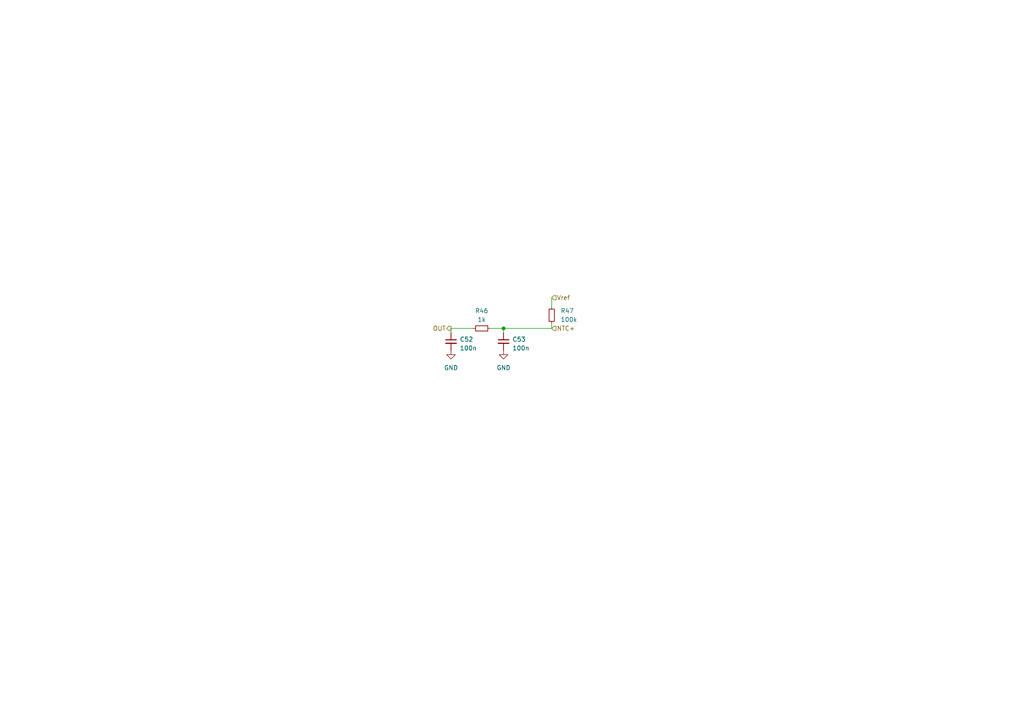
<source format=kicad_sch>
(kicad_sch (version 20230121) (generator eeschema)
  (paper "A4")
  (title_block (title "GreenMobi BMS") (date "2024-02-13") (rev "ALPHA") (company "GreenMobi"))
  (lib_symbols
    (symbol "Device:C_Small" (pin_numbers hide) (pin_names (offset 0.254) hide)
      (property "Reference" "C" (at 0.254 1.778 0))
      (property "Value" "C_Small" (at 0.254 -2.032 0))
      (symbol "C_Small_0_1"
        (polyline (pts (xy -1.524 -0.508) (xy 1.524 -0.508)) (stroke (width 0.3302)))
        (polyline (pts (xy -1.524 0.508) (xy 1.524 0.508)) (stroke (width 0.3048)))
      )
      (symbol "C_Small_1_1"
        (pin passive line (at 0 2.54 270) (length 2.032) (name "~") (number "1"))
        (pin passive line (at 0 -2.54 90) (length 2.032) (name "~") (number "2"))
      )
    )
    (symbol "Device:R_Small" (pin_numbers hide) (pin_names (offset 0.254) hide)
      (property "Reference" "R" (at 0.762 0.508 0))
      (property "Value" "R_Small" (at 0.762 -1.016 0))
      (symbol "R_Small_0_1"
        (rectangle (start -0.762 1.778) (end 0.762 -1.778) (stroke (width 0.2032)))
      )
      (symbol "R_Small_1_1"
        (pin passive line (at 0 2.54 270) (length 0.762) (name "~") (number "1"))
        (pin passive line (at 0 -2.54 90) (length 0.762) (name "~") (number "2"))
      )
    )
    (symbol "power:GND" (power) (pin_names (offset 0))
      (property "Value" "GND" (at 0 -3.81 0))
      (symbol "GND_0_1"
        (polyline (pts (xy 0 0) (xy 0 -1.27) (xy 1.27 -1.27) (xy 0 -2.54) (xy -1.27 -1.27) (xy 0 -1.27)))
      )
      (symbol "GND_1_1"
        (pin power_in line (at 0 0 270) (length 0) hide (name "GND") (number "1"))
      )
    )
  )
  (junction (at 146.05 95.25))
  (wire (pts (xy 130.81 96.52) (xy 130.81 95.25)))
  (wire (pts (xy 130.81 95.25) (xy 137.16 95.25)))
  (wire (pts (xy 142.24 95.25) (xy 146.05 95.25)))
  (wire (pts (xy 146.05 96.52) (xy 146.05 95.25)))
  (wire (pts (xy 146.05 95.25) (xy 160.02 95.25)))
  (wire (pts (xy 160.02 86.36) (xy 160.02 88.9)))
  (wire (pts (xy 160.02 93.98) (xy 160.02 95.25)))
  (hierarchical_label "OUT" (shape output) (at 130.81 95.25 180))
  (hierarchical_label "Vref" (shape input) (at 160.02 86.36 0))
  (hierarchical_label "NTC+" (shape input) (at 160.02 95.25 0))
  (symbol (lib_id "Device:R_Small") (at 139.7 95.25 270) (unit 1)
    (property "Reference" "R46" (at 139.7 90.17 90))
    (property "Value" "1k" (at 139.7 92.71 90))
    (property "Footprint" "Resistor_SMD:R_0603_1608Metric" (effects hide))
    (instances (project "greenmobi-bms" (path "" (reference "R46") (unit 1)) (path "" (reference "R56") (unit 1)) (path "" (reference "R66") (unit 1)) (path "" (reference "R68") (unit 1)) (path "" (reference "R90") (unit 1)) (path "" (reference "R96") (unit 1)) (path "" (reference "R102") (unit 1)) (path "" (reference "R121") (unit 1)) (path "" (reference "R135") (unit 1))))
  )
  (symbol (lib_id "Device:R_Small") (at 160.02 91.44 0) (unit 1)
    (property "Reference" "R47" (at 162.56 90.17 0) (effects (justify left)))
    (property "Value" "100k" (at 162.56 92.71 0) (effects (justify left)))
    (property "Footprint" "Resistor_SMD:R_0603_1608Metric" (effects hide))
    (instances (project "greenmobi-bms" (path "" (reference "R47") (unit 1)) (path "" (reference "R57") (unit 1)) (path "" (reference "R67") (unit 1)) (path "" (reference "R69") (unit 1)) (path "" (reference "R91") (unit 1)) (path "" (reference "R97") (unit 1)) (path "" (reference "R103") (unit 1)) (path "" (reference "R122") (unit 1)) (path "" (reference "R136") (unit 1))))
  )
  (symbol (lib_id "power:GND") (at 146.05 101.6 0) (unit 1)
    (property "Reference" "#PWR088" (effects hide))
    (property "Value" "GND" (at 146.05 106.68 0))
    (instances (project "greenmobi-bms" (path "" (reference "#PWR088") (unit 1)) (path "" (reference "#PWR090") (unit 1)) (path "" (reference "#PWR092") (unit 1)) (path "" (reference "#PWR094") (unit 1)) (path "" (reference "#PWR096") (unit 1)) (path "" (reference "#PWR098") (unit 1)) (path "" (reference "#PWR0100") (unit 1)) (path "" (reference "#PWR0112") (unit 1)) (path "" (reference "#PWR0114") (unit 1))))
  )
  (symbol (lib_id "Device:C_Small") (at 130.81 99.06 0) (unit 1)
    (property "Reference" "C52" (at 133.35 98.4313 0) (effects (justify left)))
    (property "Value" "100n" (at 133.35 100.9713 0) (effects (justify left)))
    (instances (project "greenmobi-bms" (path "" (reference "C52") (unit 1)) (path "" (reference "C54") (unit 1)) (path "" (reference "C56") (unit 1)) (path "" (reference "C58") (unit 1)) (path "" (reference "C60") (unit 1)) (path "" (reference "C62") (unit 1)) (path "" (reference "C64") (unit 1)) (path "" (reference "C72") (unit 1)) (path "" (reference "C74") (unit 1))))
  )
  (symbol (lib_id "power:GND") (at 130.81 101.6 0) (unit 1)
    (property "Reference" "#PWR087" (effects hide))
    (property "Value" "GND" (at 130.81 106.68 0))
    (instances (project "greenmobi-bms" (path "" (reference "#PWR087") (unit 1)) (path "" (reference "#PWR089") (unit 1)) (path "" (reference "#PWR091") (unit 1)) (path "" (reference "#PWR093") (unit 1)) (path "" (reference "#PWR095") (unit 1)) (path "" (reference "#PWR097") (unit 1)) (path "" (reference "#PWR099") (unit 1)) (path "" (reference "#PWR0111") (unit 1)) (path "" (reference "#PWR0113") (unit 1))))
  )
  (symbol (lib_id "Device:C_Small") (at 146.05 99.06 0) (unit 1)
    (property "Reference" "C53" (at 148.59 98.4313 0) (effects (justify left)))
    (property "Value" "100n" (at 148.59 100.9713 0) (effects (justify left)))
    (instances (project "greenmobi-bms" (path "" (reference "C53") (unit 1)) (path "" (reference "C55") (unit 1)) (path "" (reference "C57") (unit 1)) (path "" (reference "C59") (unit 1)) (path "" (reference "C61") (unit 1)) (path "" (reference "C63") (unit 1)) (path "" (reference "C65") (unit 1)) (path "" (reference "C73") (unit 1)) (path "" (reference "C75") (unit 1))))
  )
)
</source>
